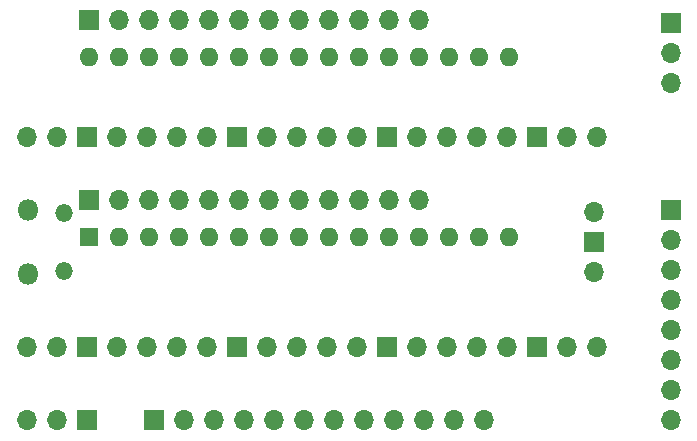
<source format=gbr>
%TF.GenerationSoftware,KiCad,Pcbnew,(6.0.5)*%
%TF.CreationDate,2023-01-02T20:32:54+00:00*%
%TF.ProjectId,NanoPicoKeyboardMatrix,4e616e6f-5069-4636-9f4b-6579626f6172,rev?*%
%TF.SameCoordinates,Original*%
%TF.FileFunction,Soldermask,Bot*%
%TF.FilePolarity,Negative*%
%FSLAX46Y46*%
G04 Gerber Fmt 4.6, Leading zero omitted, Abs format (unit mm)*
G04 Created by KiCad (PCBNEW (6.0.5)) date 2023-01-02 20:32:54*
%MOMM*%
%LPD*%
G01*
G04 APERTURE LIST*
%ADD10R,1.700000X1.700000*%
%ADD11O,1.700000X1.700000*%
%ADD12R,1.600000X1.600000*%
%ADD13O,1.600000X1.600000*%
%ADD14O,1.500000X1.500000*%
%ADD15O,1.800000X1.800000*%
G04 APERTURE END LIST*
D10*
%TO.C,J1*%
X157570000Y-65235000D03*
D11*
X157570000Y-67775000D03*
X157570000Y-70315000D03*
X157570000Y-72855000D03*
X157570000Y-75395000D03*
X157570000Y-77935000D03*
X157570000Y-80475000D03*
X157570000Y-83015000D03*
%TD*%
%TO.C,J6*%
X136230000Y-49130000D03*
X133690000Y-49130000D03*
X131150000Y-49130000D03*
X128610000Y-49130000D03*
X126070000Y-49130000D03*
X123530000Y-49130000D03*
X120990000Y-49130000D03*
X118450000Y-49130000D03*
X115910000Y-49130000D03*
X113370000Y-49130000D03*
X110830000Y-49130000D03*
D10*
X108290000Y-49130000D03*
%TD*%
%TO.C,J5*%
X108290000Y-64370000D03*
D11*
X110830000Y-64370000D03*
X113370000Y-64370000D03*
X115910000Y-64370000D03*
X118450000Y-64370000D03*
X120990000Y-64370000D03*
X123530000Y-64370000D03*
X126070000Y-64370000D03*
X128610000Y-64370000D03*
X131150000Y-64370000D03*
X133690000Y-64370000D03*
X136230000Y-64370000D03*
%TD*%
D12*
%TO.C,A1*%
X108290000Y-67490000D03*
D13*
X110830000Y-67490000D03*
X113370000Y-67490000D03*
X115910000Y-67490000D03*
X118450000Y-67490000D03*
X120990000Y-67490000D03*
X123530000Y-67490000D03*
X126070000Y-67490000D03*
X128610000Y-67490000D03*
X131150000Y-67490000D03*
X133690000Y-67490000D03*
X136230000Y-67490000D03*
X138770000Y-67490000D03*
X141310000Y-67490000D03*
X143850000Y-67490000D03*
X143850000Y-52250000D03*
X141310000Y-52250000D03*
X138770000Y-52250000D03*
X136230000Y-52250000D03*
X133690000Y-52250000D03*
X131150000Y-52250000D03*
X128610000Y-52250000D03*
X126070000Y-52250000D03*
X123530000Y-52250000D03*
X120990000Y-52250000D03*
X118450000Y-52250000D03*
X115910000Y-52250000D03*
X113370000Y-52250000D03*
X110830000Y-52250000D03*
X108290000Y-52250000D03*
%TD*%
D11*
%TO.C,U1*%
X151065000Y-65370000D03*
D10*
X151065000Y-67910000D03*
D11*
X151065000Y-70450000D03*
X103035000Y-59020000D03*
X105575000Y-59020000D03*
D10*
X108115000Y-59020000D03*
D11*
X110655000Y-59020000D03*
X113195000Y-59020000D03*
X115735000Y-59020000D03*
X118275000Y-59020000D03*
D10*
X120815000Y-59020000D03*
D11*
X123355000Y-59020000D03*
X125895000Y-59020000D03*
X128435000Y-59020000D03*
X130975000Y-59020000D03*
D10*
X133515000Y-59020000D03*
D11*
X136055000Y-59020000D03*
X138595000Y-59020000D03*
X141135000Y-59020000D03*
X143675000Y-59020000D03*
D10*
X146215000Y-59020000D03*
D11*
X148755000Y-59020000D03*
X151295000Y-59020000D03*
X151295000Y-76800000D03*
X148755000Y-76800000D03*
D10*
X146215000Y-76800000D03*
D11*
X143675000Y-76800000D03*
X141135000Y-76800000D03*
X138595000Y-76800000D03*
X136055000Y-76800000D03*
D10*
X133515000Y-76800000D03*
D11*
X130975000Y-76800000D03*
X128435000Y-76800000D03*
X125895000Y-76800000D03*
X123355000Y-76800000D03*
D10*
X120815000Y-76800000D03*
D11*
X118275000Y-76800000D03*
X115735000Y-76800000D03*
X113195000Y-76800000D03*
X110655000Y-76800000D03*
D10*
X108115000Y-76800000D03*
D11*
X105575000Y-76800000D03*
X103035000Y-76800000D03*
D14*
X106195000Y-65485000D03*
X106195000Y-70335000D03*
D15*
X103165000Y-70635000D03*
X103165000Y-65185000D03*
%TD*%
D10*
%TO.C,J4*%
X157570000Y-49350000D03*
D11*
X157570000Y-51890000D03*
X157570000Y-54430000D03*
%TD*%
D10*
%TO.C,J3*%
X108100000Y-83000000D03*
D11*
X105560000Y-83000000D03*
X103020000Y-83000000D03*
%TD*%
D10*
%TO.C,J2*%
X113800000Y-83000000D03*
D11*
X116340000Y-83000000D03*
X118880000Y-83000000D03*
X121420000Y-83000000D03*
X123960000Y-83000000D03*
X126500000Y-83000000D03*
X129040000Y-83000000D03*
X131580000Y-83000000D03*
X134120000Y-83000000D03*
X136660000Y-83000000D03*
X139200000Y-83000000D03*
X141740000Y-83000000D03*
%TD*%
M02*

</source>
